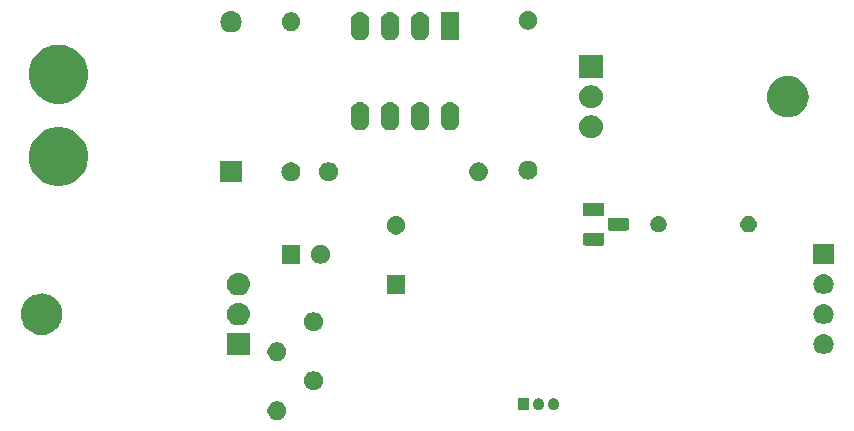
<source format=gbr>
G04 #@! TF.GenerationSoftware,KiCad,Pcbnew,(5.0.2-5)-5*
G04 #@! TF.CreationDate,2019-02-27T22:15:12+01:00*
G04 #@! TF.ProjectId,IkeaTradfriLEDdriver,496b6561-5472-4616-9466-72694c454464,rev?*
G04 #@! TF.SameCoordinates,Original*
G04 #@! TF.FileFunction,Soldermask,Top*
G04 #@! TF.FilePolarity,Negative*
%FSLAX46Y46*%
G04 Gerber Fmt 4.6, Leading zero omitted, Abs format (unit mm)*
G04 Created by KiCad (PCBNEW (5.0.2-5)-5) date 2019 February 27, Wednesday 22:15:12*
%MOMM*%
%LPD*%
G01*
G04 APERTURE LIST*
%ADD10C,0.100000*%
G04 APERTURE END LIST*
D10*
G36*
X127313352Y-103925743D02*
X127458941Y-103986048D01*
X127589973Y-104073601D01*
X127701399Y-104185027D01*
X127788952Y-104316059D01*
X127849257Y-104461648D01*
X127880000Y-104616205D01*
X127880000Y-104773795D01*
X127849257Y-104928352D01*
X127788952Y-105073941D01*
X127701399Y-105204973D01*
X127589973Y-105316399D01*
X127458941Y-105403952D01*
X127313352Y-105464257D01*
X127158795Y-105495000D01*
X127001205Y-105495000D01*
X126846648Y-105464257D01*
X126701059Y-105403952D01*
X126570027Y-105316399D01*
X126458601Y-105204973D01*
X126371048Y-105073941D01*
X126310743Y-104928352D01*
X126280000Y-104773795D01*
X126280000Y-104616205D01*
X126310743Y-104461648D01*
X126371048Y-104316059D01*
X126458601Y-104185027D01*
X126570027Y-104073601D01*
X126701059Y-103986048D01*
X126846648Y-103925743D01*
X127001205Y-103895000D01*
X127158795Y-103895000D01*
X127313352Y-103925743D01*
X127313352Y-103925743D01*
G37*
G36*
X150593015Y-103647234D02*
X150687268Y-103675825D01*
X150733697Y-103700643D01*
X150774129Y-103722254D01*
X150774131Y-103722255D01*
X150774130Y-103722255D01*
X150850264Y-103784736D01*
X150912745Y-103860870D01*
X150959175Y-103947732D01*
X150987766Y-104041985D01*
X150997419Y-104140000D01*
X150987766Y-104238015D01*
X150959175Y-104332268D01*
X150934357Y-104378697D01*
X150912746Y-104419129D01*
X150850264Y-104495264D01*
X150774129Y-104557746D01*
X150733697Y-104579357D01*
X150687268Y-104604175D01*
X150593015Y-104632766D01*
X150519564Y-104640000D01*
X150470436Y-104640000D01*
X150396985Y-104632766D01*
X150302732Y-104604175D01*
X150256303Y-104579357D01*
X150215871Y-104557746D01*
X150139736Y-104495264D01*
X150077254Y-104419129D01*
X150055643Y-104378697D01*
X150030825Y-104332268D01*
X150002234Y-104238015D01*
X149992581Y-104140000D01*
X150002234Y-104041985D01*
X150030825Y-103947732D01*
X150077255Y-103860870D01*
X150139736Y-103784736D01*
X150215870Y-103722255D01*
X150215869Y-103722255D01*
X150215871Y-103722254D01*
X150256303Y-103700643D01*
X150302732Y-103675825D01*
X150396985Y-103647234D01*
X150470436Y-103640000D01*
X150519564Y-103640000D01*
X150593015Y-103647234D01*
X150593015Y-103647234D01*
G37*
G36*
X149323015Y-103647234D02*
X149417268Y-103675825D01*
X149463697Y-103700643D01*
X149504129Y-103722254D01*
X149504131Y-103722255D01*
X149504130Y-103722255D01*
X149580264Y-103784736D01*
X149642745Y-103860870D01*
X149689175Y-103947732D01*
X149717766Y-104041985D01*
X149727419Y-104140000D01*
X149717766Y-104238015D01*
X149689175Y-104332268D01*
X149664357Y-104378697D01*
X149642746Y-104419129D01*
X149580264Y-104495264D01*
X149504129Y-104557746D01*
X149463697Y-104579357D01*
X149417268Y-104604175D01*
X149323015Y-104632766D01*
X149249564Y-104640000D01*
X149200436Y-104640000D01*
X149126985Y-104632766D01*
X149032732Y-104604175D01*
X148986303Y-104579357D01*
X148945871Y-104557746D01*
X148869736Y-104495264D01*
X148807254Y-104419129D01*
X148785643Y-104378697D01*
X148760825Y-104332268D01*
X148732234Y-104238015D01*
X148722581Y-104140000D01*
X148732234Y-104041985D01*
X148760825Y-103947732D01*
X148807255Y-103860870D01*
X148869736Y-103784736D01*
X148945870Y-103722255D01*
X148945869Y-103722255D01*
X148945871Y-103722254D01*
X148986303Y-103700643D01*
X149032732Y-103675825D01*
X149126985Y-103647234D01*
X149200436Y-103640000D01*
X149249564Y-103640000D01*
X149323015Y-103647234D01*
X149323015Y-103647234D01*
G37*
G36*
X148455000Y-104640000D02*
X147455000Y-104640000D01*
X147455000Y-103640000D01*
X148455000Y-103640000D01*
X148455000Y-104640000D01*
X148455000Y-104640000D01*
G37*
G36*
X130408352Y-101385743D02*
X130553941Y-101446048D01*
X130684973Y-101533601D01*
X130796399Y-101645027D01*
X130883952Y-101776059D01*
X130944257Y-101921648D01*
X130975000Y-102076205D01*
X130975000Y-102233795D01*
X130944257Y-102388352D01*
X130883952Y-102533941D01*
X130796399Y-102664973D01*
X130684973Y-102776399D01*
X130553941Y-102863952D01*
X130408352Y-102924257D01*
X130253795Y-102955000D01*
X130096205Y-102955000D01*
X129941648Y-102924257D01*
X129796059Y-102863952D01*
X129665027Y-102776399D01*
X129553601Y-102664973D01*
X129466048Y-102533941D01*
X129405743Y-102388352D01*
X129375000Y-102233795D01*
X129375000Y-102076205D01*
X129405743Y-101921648D01*
X129466048Y-101776059D01*
X129553601Y-101645027D01*
X129665027Y-101533601D01*
X129796059Y-101446048D01*
X129941648Y-101385743D01*
X130096205Y-101355000D01*
X130253795Y-101355000D01*
X130408352Y-101385743D01*
X130408352Y-101385743D01*
G37*
G36*
X127313352Y-98925743D02*
X127458941Y-98986048D01*
X127589973Y-99073601D01*
X127701399Y-99185027D01*
X127788952Y-99316059D01*
X127849257Y-99461648D01*
X127880000Y-99616205D01*
X127880000Y-99773795D01*
X127849257Y-99928352D01*
X127788952Y-100073941D01*
X127701399Y-100204973D01*
X127589973Y-100316399D01*
X127458941Y-100403952D01*
X127313352Y-100464257D01*
X127158795Y-100495000D01*
X127001205Y-100495000D01*
X126846648Y-100464257D01*
X126701059Y-100403952D01*
X126570027Y-100316399D01*
X126458601Y-100204973D01*
X126371048Y-100073941D01*
X126310743Y-99928352D01*
X126280000Y-99773795D01*
X126280000Y-99616205D01*
X126310743Y-99461648D01*
X126371048Y-99316059D01*
X126458601Y-99185027D01*
X126570027Y-99073601D01*
X126701059Y-98986048D01*
X126846648Y-98925743D01*
X127001205Y-98895000D01*
X127158795Y-98895000D01*
X127313352Y-98925743D01*
X127313352Y-98925743D01*
G37*
G36*
X124825000Y-100012500D02*
X122825000Y-100012500D01*
X122825000Y-98107500D01*
X124825000Y-98107500D01*
X124825000Y-100012500D01*
X124825000Y-100012500D01*
G37*
G36*
X173521630Y-98222299D02*
X173681855Y-98270903D01*
X173829520Y-98349831D01*
X173958949Y-98456051D01*
X174065169Y-98585480D01*
X174144097Y-98733145D01*
X174192701Y-98893370D01*
X174209112Y-99060000D01*
X174192701Y-99226630D01*
X174144097Y-99386855D01*
X174065169Y-99534520D01*
X173958949Y-99663949D01*
X173829520Y-99770169D01*
X173681855Y-99849097D01*
X173521630Y-99897701D01*
X173396752Y-99910000D01*
X173313248Y-99910000D01*
X173188370Y-99897701D01*
X173028145Y-99849097D01*
X172880480Y-99770169D01*
X172751051Y-99663949D01*
X172644831Y-99534520D01*
X172565903Y-99386855D01*
X172517299Y-99226630D01*
X172500888Y-99060000D01*
X172517299Y-98893370D01*
X172565903Y-98733145D01*
X172644831Y-98585480D01*
X172751051Y-98456051D01*
X172880480Y-98349831D01*
X173028145Y-98270903D01*
X173188370Y-98222299D01*
X173313248Y-98210000D01*
X173396752Y-98210000D01*
X173521630Y-98222299D01*
X173521630Y-98222299D01*
G37*
G36*
X107336665Y-94778440D02*
X107508060Y-94795321D01*
X107727977Y-94862032D01*
X107837937Y-94895388D01*
X107907368Y-94932500D01*
X108141952Y-95057888D01*
X108408424Y-95276576D01*
X108627112Y-95543048D01*
X108647549Y-95581283D01*
X108789612Y-95847063D01*
X108789612Y-95847064D01*
X108889679Y-96176940D01*
X108923467Y-96520000D01*
X108889679Y-96863060D01*
X108871906Y-96921648D01*
X108789612Y-97192937D01*
X108727523Y-97309097D01*
X108627112Y-97496952D01*
X108408424Y-97763424D01*
X108141952Y-97982112D01*
X108000437Y-98057753D01*
X107837937Y-98144612D01*
X107727977Y-98177968D01*
X107508060Y-98244679D01*
X107336665Y-98261560D01*
X107250969Y-98270000D01*
X107079031Y-98270000D01*
X106993335Y-98261560D01*
X106821940Y-98244679D01*
X106602023Y-98177968D01*
X106492063Y-98144612D01*
X106329563Y-98057753D01*
X106188048Y-97982112D01*
X105921576Y-97763424D01*
X105702888Y-97496952D01*
X105602477Y-97309097D01*
X105540388Y-97192937D01*
X105458094Y-96921648D01*
X105440321Y-96863060D01*
X105406533Y-96520000D01*
X105440321Y-96176940D01*
X105540388Y-95847064D01*
X105540388Y-95847063D01*
X105682451Y-95581283D01*
X105702888Y-95543048D01*
X105921576Y-95276576D01*
X106188048Y-95057888D01*
X106422632Y-94932500D01*
X106492063Y-94895388D01*
X106602023Y-94862032D01*
X106821940Y-94795321D01*
X106993335Y-94778440D01*
X107079031Y-94770000D01*
X107250969Y-94770000D01*
X107336665Y-94778440D01*
X107336665Y-94778440D01*
G37*
G36*
X130408352Y-96385743D02*
X130553941Y-96446048D01*
X130684973Y-96533601D01*
X130796399Y-96645027D01*
X130883952Y-96776059D01*
X130944257Y-96921648D01*
X130975000Y-97076205D01*
X130975000Y-97233795D01*
X130944257Y-97388352D01*
X130883952Y-97533941D01*
X130796399Y-97664973D01*
X130684973Y-97776399D01*
X130553941Y-97863952D01*
X130408352Y-97924257D01*
X130253795Y-97955000D01*
X130096205Y-97955000D01*
X129941648Y-97924257D01*
X129796059Y-97863952D01*
X129665027Y-97776399D01*
X129553601Y-97664973D01*
X129466048Y-97533941D01*
X129405743Y-97388352D01*
X129375000Y-97233795D01*
X129375000Y-97076205D01*
X129405743Y-96921648D01*
X129466048Y-96776059D01*
X129553601Y-96645027D01*
X129665027Y-96533601D01*
X129796059Y-96446048D01*
X129941648Y-96385743D01*
X130096205Y-96355000D01*
X130253795Y-96355000D01*
X130408352Y-96385743D01*
X130408352Y-96385743D01*
G37*
G36*
X124059224Y-95581282D02*
X124238769Y-95635747D01*
X124404241Y-95724193D01*
X124549278Y-95843222D01*
X124668307Y-95988259D01*
X124756753Y-96153731D01*
X124811218Y-96333276D01*
X124829608Y-96520000D01*
X124811218Y-96706724D01*
X124756753Y-96886269D01*
X124668307Y-97051741D01*
X124549278Y-97196778D01*
X124404241Y-97315807D01*
X124238769Y-97404253D01*
X124059224Y-97458718D01*
X123919289Y-97472500D01*
X123730711Y-97472500D01*
X123590776Y-97458718D01*
X123411231Y-97404253D01*
X123245759Y-97315807D01*
X123100722Y-97196778D01*
X122981693Y-97051741D01*
X122893247Y-96886269D01*
X122838782Y-96706724D01*
X122820392Y-96520000D01*
X122838782Y-96333276D01*
X122893247Y-96153731D01*
X122981693Y-95988259D01*
X123100722Y-95843222D01*
X123245759Y-95724193D01*
X123411231Y-95635747D01*
X123590776Y-95581282D01*
X123730711Y-95567500D01*
X123919289Y-95567500D01*
X124059224Y-95581282D01*
X124059224Y-95581282D01*
G37*
G36*
X173521630Y-95682299D02*
X173681855Y-95730903D01*
X173829520Y-95809831D01*
X173958949Y-95916051D01*
X174065169Y-96045480D01*
X174144097Y-96193145D01*
X174192701Y-96353370D01*
X174209112Y-96520000D01*
X174192701Y-96686630D01*
X174144097Y-96846855D01*
X174065169Y-96994520D01*
X173958949Y-97123949D01*
X173829520Y-97230169D01*
X173681855Y-97309097D01*
X173521630Y-97357701D01*
X173396752Y-97370000D01*
X173313248Y-97370000D01*
X173188370Y-97357701D01*
X173028145Y-97309097D01*
X172880480Y-97230169D01*
X172751051Y-97123949D01*
X172644831Y-96994520D01*
X172565903Y-96846855D01*
X172517299Y-96686630D01*
X172500888Y-96520000D01*
X172517299Y-96353370D01*
X172565903Y-96193145D01*
X172644831Y-96045480D01*
X172751051Y-95916051D01*
X172880480Y-95809831D01*
X173028145Y-95730903D01*
X173188370Y-95682299D01*
X173313248Y-95670000D01*
X173396752Y-95670000D01*
X173521630Y-95682299D01*
X173521630Y-95682299D01*
G37*
G36*
X124059224Y-93041282D02*
X124238769Y-93095747D01*
X124404241Y-93184193D01*
X124549278Y-93303222D01*
X124668307Y-93448259D01*
X124756753Y-93613731D01*
X124811218Y-93793276D01*
X124829608Y-93980000D01*
X124811218Y-94166724D01*
X124756753Y-94346269D01*
X124668307Y-94511741D01*
X124549278Y-94656778D01*
X124404241Y-94775807D01*
X124238769Y-94864253D01*
X124059224Y-94918718D01*
X123919289Y-94932500D01*
X123730711Y-94932500D01*
X123590776Y-94918718D01*
X123411231Y-94864253D01*
X123245759Y-94775807D01*
X123100722Y-94656778D01*
X122981693Y-94511741D01*
X122893247Y-94346269D01*
X122838782Y-94166724D01*
X122820392Y-93980000D01*
X122838782Y-93793276D01*
X122893247Y-93613731D01*
X122981693Y-93448259D01*
X123100722Y-93303222D01*
X123245759Y-93184193D01*
X123411231Y-93095747D01*
X123590776Y-93041282D01*
X123730711Y-93027500D01*
X123919289Y-93027500D01*
X124059224Y-93041282D01*
X124059224Y-93041282D01*
G37*
G36*
X173521630Y-93142299D02*
X173681855Y-93190903D01*
X173829520Y-93269831D01*
X173958949Y-93376051D01*
X174065169Y-93505480D01*
X174144097Y-93653145D01*
X174192701Y-93813370D01*
X174209112Y-93980000D01*
X174192701Y-94146630D01*
X174144097Y-94306855D01*
X174065169Y-94454520D01*
X173958949Y-94583949D01*
X173829520Y-94690169D01*
X173681855Y-94769097D01*
X173521630Y-94817701D01*
X173396752Y-94830000D01*
X173313248Y-94830000D01*
X173188370Y-94817701D01*
X173028145Y-94769097D01*
X172880480Y-94690169D01*
X172751051Y-94583949D01*
X172644831Y-94454520D01*
X172565903Y-94306855D01*
X172517299Y-94146630D01*
X172500888Y-93980000D01*
X172517299Y-93813370D01*
X172565903Y-93653145D01*
X172644831Y-93505480D01*
X172751051Y-93376051D01*
X172880480Y-93269831D01*
X173028145Y-93190903D01*
X173188370Y-93142299D01*
X173313248Y-93130000D01*
X173396752Y-93130000D01*
X173521630Y-93142299D01*
X173521630Y-93142299D01*
G37*
G36*
X137960000Y-94780000D02*
X136360000Y-94780000D01*
X136360000Y-93180000D01*
X137960000Y-93180000D01*
X137960000Y-94780000D01*
X137960000Y-94780000D01*
G37*
G36*
X174205000Y-92290000D02*
X172505000Y-92290000D01*
X172505000Y-90590000D01*
X174205000Y-90590000D01*
X174205000Y-92290000D01*
X174205000Y-92290000D01*
G37*
G36*
X131003352Y-90670743D02*
X131148941Y-90731048D01*
X131279973Y-90818601D01*
X131391399Y-90930027D01*
X131478952Y-91061059D01*
X131539257Y-91206648D01*
X131570000Y-91361205D01*
X131570000Y-91518795D01*
X131539257Y-91673352D01*
X131478952Y-91818941D01*
X131391399Y-91949973D01*
X131279973Y-92061399D01*
X131148941Y-92148952D01*
X131003352Y-92209257D01*
X130848795Y-92240000D01*
X130691205Y-92240000D01*
X130536648Y-92209257D01*
X130391059Y-92148952D01*
X130260027Y-92061399D01*
X130148601Y-91949973D01*
X130061048Y-91818941D01*
X130000743Y-91673352D01*
X129970000Y-91518795D01*
X129970000Y-91361205D01*
X130000743Y-91206648D01*
X130061048Y-91061059D01*
X130148601Y-90930027D01*
X130260027Y-90818601D01*
X130391059Y-90731048D01*
X130536648Y-90670743D01*
X130691205Y-90640000D01*
X130848795Y-90640000D01*
X131003352Y-90670743D01*
X131003352Y-90670743D01*
G37*
G36*
X129070000Y-92240000D02*
X127470000Y-92240000D01*
X127470000Y-90640000D01*
X129070000Y-90640000D01*
X129070000Y-92240000D01*
X129070000Y-92240000D01*
G37*
G36*
X154633840Y-89624676D02*
X154673589Y-89636734D01*
X154710223Y-89656315D01*
X154742333Y-89682667D01*
X154768685Y-89714777D01*
X154788266Y-89751411D01*
X154800324Y-89791160D01*
X154805000Y-89838640D01*
X154805000Y-90501360D01*
X154800324Y-90548840D01*
X154788266Y-90588589D01*
X154768685Y-90625223D01*
X154742333Y-90657333D01*
X154710223Y-90683685D01*
X154673589Y-90703266D01*
X154633840Y-90715324D01*
X154586360Y-90720000D01*
X153223640Y-90720000D01*
X153176160Y-90715324D01*
X153136411Y-90703266D01*
X153099777Y-90683685D01*
X153067667Y-90657333D01*
X153041315Y-90625223D01*
X153021734Y-90588589D01*
X153009676Y-90548840D01*
X153005000Y-90501360D01*
X153005000Y-89838640D01*
X153009676Y-89791160D01*
X153021734Y-89751411D01*
X153041315Y-89714777D01*
X153067667Y-89682667D01*
X153099777Y-89656315D01*
X153136411Y-89636734D01*
X153176160Y-89624676D01*
X153223640Y-89620000D01*
X154586360Y-89620000D01*
X154633840Y-89624676D01*
X154633840Y-89624676D01*
G37*
G36*
X137393352Y-88210743D02*
X137538941Y-88271048D01*
X137669973Y-88358601D01*
X137781399Y-88470027D01*
X137868952Y-88601059D01*
X137929257Y-88746648D01*
X137960000Y-88901205D01*
X137960000Y-89058795D01*
X137929257Y-89213352D01*
X137868952Y-89358941D01*
X137781399Y-89489973D01*
X137669973Y-89601399D01*
X137538941Y-89688952D01*
X137393352Y-89749257D01*
X137238795Y-89780000D01*
X137081205Y-89780000D01*
X136926648Y-89749257D01*
X136781059Y-89688952D01*
X136650027Y-89601399D01*
X136538601Y-89489973D01*
X136451048Y-89358941D01*
X136390743Y-89213352D01*
X136360000Y-89058795D01*
X136360000Y-88901205D01*
X136390743Y-88746648D01*
X136451048Y-88601059D01*
X136538601Y-88470027D01*
X136650027Y-88358601D01*
X136781059Y-88271048D01*
X136926648Y-88210743D01*
X137081205Y-88180000D01*
X137238795Y-88180000D01*
X137393352Y-88210743D01*
X137393352Y-88210743D01*
G37*
G36*
X167142224Y-88210128D02*
X167274175Y-88250155D01*
X167395781Y-88315155D01*
X167502370Y-88402630D01*
X167589845Y-88509219D01*
X167654845Y-88630825D01*
X167694872Y-88762776D01*
X167708387Y-88900000D01*
X167694872Y-89037224D01*
X167654845Y-89169175D01*
X167589845Y-89290781D01*
X167502370Y-89397370D01*
X167395781Y-89484845D01*
X167274175Y-89549845D01*
X167142224Y-89589872D01*
X167039390Y-89600000D01*
X166970610Y-89600000D01*
X166867776Y-89589872D01*
X166735825Y-89549845D01*
X166614219Y-89484845D01*
X166507630Y-89397370D01*
X166420155Y-89290781D01*
X166355155Y-89169175D01*
X166315128Y-89037224D01*
X166301613Y-88900000D01*
X166315128Y-88762776D01*
X166355155Y-88630825D01*
X166420155Y-88509219D01*
X166507630Y-88402630D01*
X166614219Y-88315155D01*
X166735825Y-88250155D01*
X166867776Y-88210128D01*
X166970610Y-88200000D01*
X167039390Y-88200000D01*
X167142224Y-88210128D01*
X167142224Y-88210128D01*
G37*
G36*
X159589183Y-88226900D02*
X159695766Y-88271049D01*
X159716574Y-88279668D01*
X159769685Y-88315155D01*
X159831225Y-88356275D01*
X159928725Y-88453775D01*
X160005332Y-88568426D01*
X160058100Y-88695817D01*
X160085000Y-88831055D01*
X160085000Y-88968945D01*
X160058100Y-89104183D01*
X160012880Y-89213351D01*
X160005332Y-89231574D01*
X159928726Y-89346224D01*
X159831224Y-89443726D01*
X159762014Y-89489970D01*
X159716574Y-89520332D01*
X159589183Y-89573100D01*
X159453945Y-89600000D01*
X159316055Y-89600000D01*
X159180817Y-89573100D01*
X159053426Y-89520332D01*
X159007986Y-89489970D01*
X158938776Y-89443726D01*
X158841274Y-89346224D01*
X158764668Y-89231574D01*
X158757120Y-89213351D01*
X158711900Y-89104183D01*
X158685000Y-88968945D01*
X158685000Y-88831055D01*
X158711900Y-88695817D01*
X158764668Y-88568426D01*
X158841275Y-88453775D01*
X158938775Y-88356275D01*
X159000316Y-88315155D01*
X159053426Y-88279668D01*
X159074234Y-88271049D01*
X159180817Y-88226900D01*
X159316055Y-88200000D01*
X159453945Y-88200000D01*
X159589183Y-88226900D01*
X159589183Y-88226900D01*
G37*
G36*
X156703840Y-88354676D02*
X156743589Y-88366734D01*
X156780223Y-88386315D01*
X156812333Y-88412667D01*
X156838685Y-88444777D01*
X156858266Y-88481411D01*
X156870324Y-88521160D01*
X156875000Y-88568640D01*
X156875000Y-89231360D01*
X156870324Y-89278840D01*
X156858266Y-89318589D01*
X156838685Y-89355223D01*
X156812333Y-89387333D01*
X156780223Y-89413685D01*
X156743589Y-89433266D01*
X156703840Y-89445324D01*
X156656360Y-89450000D01*
X155293640Y-89450000D01*
X155246160Y-89445324D01*
X155206411Y-89433266D01*
X155169777Y-89413685D01*
X155137667Y-89387333D01*
X155111315Y-89355223D01*
X155091734Y-89318589D01*
X155079676Y-89278840D01*
X155075000Y-89231360D01*
X155075000Y-88568640D01*
X155079676Y-88521160D01*
X155091734Y-88481411D01*
X155111315Y-88444777D01*
X155137667Y-88412667D01*
X155169777Y-88386315D01*
X155206411Y-88366734D01*
X155246160Y-88354676D01*
X155293640Y-88350000D01*
X156656360Y-88350000D01*
X156703840Y-88354676D01*
X156703840Y-88354676D01*
G37*
G36*
X154805000Y-88180000D02*
X153005000Y-88180000D01*
X153005000Y-87080000D01*
X154805000Y-87080000D01*
X154805000Y-88180000D01*
X154805000Y-88180000D01*
G37*
G36*
X109153225Y-80749049D02*
X109314223Y-80781074D01*
X109436503Y-80831724D01*
X109769193Y-80969528D01*
X110178660Y-81243126D01*
X110526874Y-81591340D01*
X110800472Y-82000807D01*
X110988926Y-82455778D01*
X111085000Y-82938770D01*
X111085000Y-83431230D01*
X111039572Y-83659608D01*
X110988926Y-83914223D01*
X110976165Y-83945030D01*
X110800472Y-84369193D01*
X110526874Y-84778660D01*
X110178660Y-85126874D01*
X109769193Y-85400472D01*
X109502677Y-85510866D01*
X109314223Y-85588926D01*
X109153225Y-85620951D01*
X108831230Y-85685000D01*
X108338770Y-85685000D01*
X108016775Y-85620951D01*
X107855777Y-85588926D01*
X107667323Y-85510866D01*
X107400807Y-85400472D01*
X106991340Y-85126874D01*
X106643126Y-84778660D01*
X106369528Y-84369193D01*
X106193835Y-83945030D01*
X106181074Y-83914223D01*
X106130428Y-83659608D01*
X106085000Y-83431230D01*
X106085000Y-82938770D01*
X106181074Y-82455778D01*
X106369528Y-82000807D01*
X106643126Y-81591340D01*
X106991340Y-81243126D01*
X107400807Y-80969528D01*
X107733497Y-80831724D01*
X107855777Y-80781074D01*
X108016775Y-80749049D01*
X108338770Y-80685000D01*
X108831230Y-80685000D01*
X109153225Y-80749049D01*
X109153225Y-80749049D01*
G37*
G36*
X124090000Y-85355000D02*
X122290000Y-85355000D01*
X122290000Y-83555000D01*
X124090000Y-83555000D01*
X124090000Y-85355000D01*
X124090000Y-85355000D01*
G37*
G36*
X144262649Y-83662717D02*
X144301827Y-83666576D01*
X144365012Y-83685743D01*
X144452629Y-83712321D01*
X144591608Y-83786608D01*
X144713422Y-83886578D01*
X144813392Y-84008392D01*
X144887679Y-84147371D01*
X144933424Y-84298174D01*
X144948870Y-84455000D01*
X144933424Y-84611826D01*
X144887679Y-84762629D01*
X144813392Y-84901608D01*
X144713422Y-85023422D01*
X144591608Y-85123392D01*
X144452629Y-85197679D01*
X144377228Y-85220551D01*
X144301827Y-85243424D01*
X144262649Y-85247283D01*
X144184295Y-85255000D01*
X144105705Y-85255000D01*
X144027351Y-85247283D01*
X143988173Y-85243424D01*
X143912772Y-85220551D01*
X143837371Y-85197679D01*
X143698392Y-85123392D01*
X143576578Y-85023422D01*
X143476608Y-84901608D01*
X143402321Y-84762629D01*
X143356576Y-84611826D01*
X143341130Y-84455000D01*
X143356576Y-84298174D01*
X143402321Y-84147371D01*
X143476608Y-84008392D01*
X143576578Y-83886578D01*
X143698392Y-83786608D01*
X143837371Y-83712321D01*
X143924988Y-83685743D01*
X143988173Y-83666576D01*
X144027351Y-83662717D01*
X144105705Y-83655000D01*
X144184295Y-83655000D01*
X144262649Y-83662717D01*
X144262649Y-83662717D01*
G37*
G36*
X131678352Y-83685743D02*
X131823941Y-83746048D01*
X131954973Y-83833601D01*
X132066399Y-83945027D01*
X132153952Y-84076059D01*
X132214257Y-84221648D01*
X132245000Y-84376205D01*
X132245000Y-84533795D01*
X132214257Y-84688352D01*
X132153952Y-84833941D01*
X132066399Y-84964973D01*
X131954973Y-85076399D01*
X131823941Y-85163952D01*
X131678352Y-85224257D01*
X131523795Y-85255000D01*
X131366205Y-85255000D01*
X131211648Y-85224257D01*
X131066059Y-85163952D01*
X130935027Y-85076399D01*
X130823601Y-84964973D01*
X130736048Y-84833941D01*
X130675743Y-84688352D01*
X130645000Y-84533795D01*
X130645000Y-84376205D01*
X130675743Y-84221648D01*
X130736048Y-84076059D01*
X130823601Y-83945027D01*
X130935027Y-83833601D01*
X131066059Y-83746048D01*
X131211648Y-83685743D01*
X131366205Y-83655000D01*
X131523795Y-83655000D01*
X131678352Y-83685743D01*
X131678352Y-83685743D01*
G37*
G36*
X128387649Y-83662717D02*
X128426827Y-83666576D01*
X128490012Y-83685743D01*
X128577629Y-83712321D01*
X128716608Y-83786608D01*
X128838422Y-83886578D01*
X128938392Y-84008392D01*
X129012679Y-84147371D01*
X129058424Y-84298174D01*
X129073870Y-84455000D01*
X129058424Y-84611826D01*
X129012679Y-84762629D01*
X128938392Y-84901608D01*
X128838422Y-85023422D01*
X128716608Y-85123392D01*
X128577629Y-85197679D01*
X128502228Y-85220551D01*
X128426827Y-85243424D01*
X128387649Y-85247283D01*
X128309295Y-85255000D01*
X128230705Y-85255000D01*
X128152351Y-85247283D01*
X128113173Y-85243424D01*
X128037772Y-85220551D01*
X127962371Y-85197679D01*
X127823392Y-85123392D01*
X127701578Y-85023422D01*
X127601608Y-84901608D01*
X127527321Y-84762629D01*
X127481576Y-84611826D01*
X127466130Y-84455000D01*
X127481576Y-84298174D01*
X127527321Y-84147371D01*
X127601608Y-84008392D01*
X127701578Y-83886578D01*
X127823392Y-83786608D01*
X127962371Y-83712321D01*
X128049988Y-83685743D01*
X128113173Y-83666576D01*
X128152351Y-83662717D01*
X128230705Y-83655000D01*
X128309295Y-83655000D01*
X128387649Y-83662717D01*
X128387649Y-83662717D01*
G37*
G36*
X148453649Y-83535717D02*
X148492827Y-83539576D01*
X148543673Y-83555000D01*
X148643629Y-83585321D01*
X148782608Y-83659608D01*
X148904422Y-83759578D01*
X149004392Y-83881392D01*
X149078679Y-84020371D01*
X149124424Y-84171174D01*
X149139870Y-84328000D01*
X149124424Y-84484826D01*
X149078679Y-84635629D01*
X149004392Y-84774608D01*
X148904422Y-84896422D01*
X148782608Y-84996392D01*
X148643629Y-85070679D01*
X148568228Y-85093551D01*
X148492827Y-85116424D01*
X148453649Y-85120283D01*
X148375295Y-85128000D01*
X148296705Y-85128000D01*
X148218351Y-85120283D01*
X148179173Y-85116424D01*
X148103772Y-85093551D01*
X148028371Y-85070679D01*
X147889392Y-84996392D01*
X147767578Y-84896422D01*
X147667608Y-84774608D01*
X147593321Y-84635629D01*
X147547576Y-84484826D01*
X147532130Y-84328000D01*
X147547576Y-84171174D01*
X147593321Y-84020371D01*
X147667608Y-83881392D01*
X147767578Y-83759578D01*
X147889392Y-83659608D01*
X148028371Y-83585321D01*
X148128327Y-83555000D01*
X148179173Y-83539576D01*
X148218351Y-83535717D01*
X148296705Y-83528000D01*
X148375295Y-83528000D01*
X148453649Y-83535717D01*
X148453649Y-83535717D01*
G37*
G36*
X153904224Y-79706282D02*
X154083769Y-79760747D01*
X154249241Y-79849193D01*
X154394278Y-79968222D01*
X154513307Y-80113259D01*
X154601753Y-80278731D01*
X154656218Y-80458276D01*
X154674608Y-80645000D01*
X154656218Y-80831724D01*
X154601753Y-81011269D01*
X154513307Y-81176741D01*
X154394278Y-81321778D01*
X154249241Y-81440807D01*
X154083769Y-81529253D01*
X153904224Y-81583718D01*
X153764289Y-81597500D01*
X153575711Y-81597500D01*
X153435776Y-81583718D01*
X153256231Y-81529253D01*
X153090759Y-81440807D01*
X152945722Y-81321778D01*
X152826693Y-81176741D01*
X152738247Y-81011269D01*
X152683782Y-80831724D01*
X152665392Y-80645000D01*
X152683782Y-80458276D01*
X152738247Y-80278731D01*
X152826693Y-80113259D01*
X152945722Y-79968222D01*
X153090759Y-79849193D01*
X153256231Y-79760747D01*
X153435776Y-79706282D01*
X153575711Y-79692500D01*
X153764289Y-79692500D01*
X153904224Y-79706282D01*
X153904224Y-79706282D01*
G37*
G36*
X141888827Y-78567576D02*
X141964227Y-78590448D01*
X142039629Y-78613321D01*
X142178608Y-78687608D01*
X142300422Y-78787578D01*
X142400392Y-78909392D01*
X142474679Y-79048371D01*
X142520424Y-79199174D01*
X142532000Y-79316705D01*
X142532000Y-80195295D01*
X142520424Y-80312826D01*
X142474679Y-80463629D01*
X142400392Y-80602608D01*
X142300425Y-80724419D01*
X142300423Y-80724420D01*
X142300422Y-80724422D01*
X142300418Y-80724425D01*
X142178604Y-80824394D01*
X142039628Y-80898679D01*
X141964226Y-80921552D01*
X141888826Y-80944424D01*
X141732000Y-80959870D01*
X141575173Y-80944424D01*
X141499773Y-80921552D01*
X141424371Y-80898679D01*
X141285392Y-80824392D01*
X141163581Y-80724425D01*
X141163580Y-80724423D01*
X141163578Y-80724422D01*
X141063607Y-80602605D01*
X140989322Y-80463629D01*
X140989321Y-80463628D01*
X140966449Y-80388227D01*
X140943576Y-80312826D01*
X140932000Y-80195292D01*
X140932000Y-79316707D01*
X140943577Y-79199173D01*
X140979135Y-79081953D01*
X140989322Y-79048371D01*
X141063609Y-78909392D01*
X141163579Y-78787578D01*
X141285393Y-78687608D01*
X141424372Y-78613321D01*
X141499773Y-78590449D01*
X141575174Y-78567576D01*
X141732000Y-78552130D01*
X141888827Y-78567576D01*
X141888827Y-78567576D01*
G37*
G36*
X139348827Y-78567576D02*
X139424227Y-78590448D01*
X139499629Y-78613321D01*
X139638608Y-78687608D01*
X139760422Y-78787578D01*
X139860392Y-78909392D01*
X139934679Y-79048371D01*
X139980424Y-79199174D01*
X139992000Y-79316705D01*
X139992000Y-80195295D01*
X139980424Y-80312826D01*
X139934679Y-80463629D01*
X139860392Y-80602608D01*
X139760425Y-80724419D01*
X139760423Y-80724420D01*
X139760422Y-80724422D01*
X139760418Y-80724425D01*
X139638604Y-80824394D01*
X139499628Y-80898679D01*
X139424226Y-80921552D01*
X139348826Y-80944424D01*
X139192000Y-80959870D01*
X139035173Y-80944424D01*
X138959773Y-80921552D01*
X138884371Y-80898679D01*
X138745392Y-80824392D01*
X138623581Y-80724425D01*
X138623580Y-80724423D01*
X138623578Y-80724422D01*
X138523607Y-80602605D01*
X138449322Y-80463629D01*
X138449321Y-80463628D01*
X138426449Y-80388227D01*
X138403576Y-80312826D01*
X138392000Y-80195292D01*
X138392000Y-79316707D01*
X138403577Y-79199173D01*
X138439135Y-79081953D01*
X138449322Y-79048371D01*
X138523609Y-78909392D01*
X138623579Y-78787578D01*
X138745393Y-78687608D01*
X138884372Y-78613321D01*
X138959773Y-78590449D01*
X139035174Y-78567576D01*
X139192000Y-78552130D01*
X139348827Y-78567576D01*
X139348827Y-78567576D01*
G37*
G36*
X136808827Y-78567576D02*
X136884227Y-78590448D01*
X136959629Y-78613321D01*
X137098608Y-78687608D01*
X137220422Y-78787578D01*
X137320392Y-78909392D01*
X137394679Y-79048371D01*
X137440424Y-79199174D01*
X137452000Y-79316705D01*
X137452000Y-80195295D01*
X137440424Y-80312826D01*
X137394679Y-80463629D01*
X137320392Y-80602608D01*
X137220425Y-80724419D01*
X137220423Y-80724420D01*
X137220422Y-80724422D01*
X137220418Y-80724425D01*
X137098604Y-80824394D01*
X136959628Y-80898679D01*
X136884226Y-80921552D01*
X136808826Y-80944424D01*
X136652000Y-80959870D01*
X136495173Y-80944424D01*
X136419773Y-80921552D01*
X136344371Y-80898679D01*
X136205392Y-80824392D01*
X136083581Y-80724425D01*
X136083580Y-80724423D01*
X136083578Y-80724422D01*
X135983607Y-80602605D01*
X135909322Y-80463629D01*
X135909321Y-80463628D01*
X135886449Y-80388227D01*
X135863576Y-80312826D01*
X135852000Y-80195292D01*
X135852000Y-79316707D01*
X135863577Y-79199173D01*
X135899135Y-79081953D01*
X135909322Y-79048371D01*
X135983609Y-78909392D01*
X136083579Y-78787578D01*
X136205393Y-78687608D01*
X136344372Y-78613321D01*
X136419773Y-78590449D01*
X136495174Y-78567576D01*
X136652000Y-78552130D01*
X136808827Y-78567576D01*
X136808827Y-78567576D01*
G37*
G36*
X134268827Y-78567576D02*
X134344227Y-78590448D01*
X134419629Y-78613321D01*
X134558608Y-78687608D01*
X134680422Y-78787578D01*
X134780392Y-78909392D01*
X134854679Y-79048371D01*
X134900424Y-79199174D01*
X134912000Y-79316705D01*
X134912000Y-80195295D01*
X134900424Y-80312826D01*
X134854679Y-80463629D01*
X134780392Y-80602608D01*
X134680425Y-80724419D01*
X134680423Y-80724420D01*
X134680422Y-80724422D01*
X134680418Y-80724425D01*
X134558604Y-80824394D01*
X134419628Y-80898679D01*
X134344226Y-80921552D01*
X134268826Y-80944424D01*
X134112000Y-80959870D01*
X133955173Y-80944424D01*
X133879773Y-80921552D01*
X133804371Y-80898679D01*
X133665392Y-80824392D01*
X133543581Y-80724425D01*
X133543580Y-80724423D01*
X133543578Y-80724422D01*
X133443607Y-80602605D01*
X133369322Y-80463629D01*
X133369321Y-80463628D01*
X133346449Y-80388227D01*
X133323576Y-80312826D01*
X133312000Y-80195292D01*
X133312000Y-79316707D01*
X133323577Y-79199173D01*
X133359135Y-79081953D01*
X133369322Y-79048371D01*
X133443609Y-78909392D01*
X133543579Y-78787578D01*
X133665393Y-78687608D01*
X133804372Y-78613321D01*
X133879773Y-78590449D01*
X133955174Y-78567576D01*
X134112000Y-78552130D01*
X134268827Y-78567576D01*
X134268827Y-78567576D01*
G37*
G36*
X170501665Y-76363440D02*
X170673060Y-76380321D01*
X170890326Y-76446228D01*
X171002937Y-76480388D01*
X171072368Y-76517500D01*
X171306952Y-76642888D01*
X171573424Y-76861576D01*
X171792112Y-77128048D01*
X171812549Y-77166283D01*
X171954612Y-77432063D01*
X171954612Y-77432064D01*
X172054679Y-77761940D01*
X172088467Y-78105000D01*
X172054679Y-78448060D01*
X171997443Y-78636741D01*
X171954612Y-78777937D01*
X171888937Y-78900806D01*
X171792112Y-79081952D01*
X171573424Y-79348424D01*
X171306952Y-79567112D01*
X171165437Y-79642753D01*
X171002937Y-79729612D01*
X170900298Y-79760747D01*
X170673060Y-79829679D01*
X170501665Y-79846560D01*
X170415969Y-79855000D01*
X170244031Y-79855000D01*
X170158335Y-79846560D01*
X169986940Y-79829679D01*
X169759702Y-79760747D01*
X169657063Y-79729612D01*
X169494563Y-79642753D01*
X169353048Y-79567112D01*
X169086576Y-79348424D01*
X168867888Y-79081952D01*
X168771063Y-78900806D01*
X168705388Y-78777937D01*
X168662557Y-78636741D01*
X168605321Y-78448060D01*
X168571533Y-78105000D01*
X168605321Y-77761940D01*
X168705388Y-77432064D01*
X168705388Y-77432063D01*
X168847451Y-77166283D01*
X168867888Y-77128048D01*
X169086576Y-76861576D01*
X169353048Y-76642888D01*
X169587632Y-76517500D01*
X169657063Y-76480388D01*
X169769674Y-76446228D01*
X169986940Y-76380321D01*
X170158335Y-76363440D01*
X170244031Y-76355000D01*
X170415969Y-76355000D01*
X170501665Y-76363440D01*
X170501665Y-76363440D01*
G37*
G36*
X153904224Y-77166282D02*
X154083769Y-77220747D01*
X154249241Y-77309193D01*
X154394278Y-77428222D01*
X154513307Y-77573259D01*
X154601753Y-77738731D01*
X154656218Y-77918276D01*
X154674608Y-78105000D01*
X154656218Y-78291724D01*
X154601753Y-78471269D01*
X154513307Y-78636741D01*
X154394278Y-78781778D01*
X154249241Y-78900807D01*
X154083769Y-78989253D01*
X153904224Y-79043718D01*
X153764289Y-79057500D01*
X153575711Y-79057500D01*
X153435776Y-79043718D01*
X153256231Y-78989253D01*
X153090759Y-78900807D01*
X152945722Y-78781778D01*
X152826693Y-78636741D01*
X152738247Y-78471269D01*
X152683782Y-78291724D01*
X152665392Y-78105000D01*
X152683782Y-77918276D01*
X152738247Y-77738731D01*
X152826693Y-77573259D01*
X152945722Y-77428222D01*
X153090759Y-77309193D01*
X153256231Y-77220747D01*
X153435776Y-77166282D01*
X153575711Y-77152500D01*
X153764289Y-77152500D01*
X153904224Y-77166282D01*
X153904224Y-77166282D01*
G37*
G36*
X109153225Y-73764049D02*
X109314223Y-73796074D01*
X109502677Y-73874134D01*
X109769193Y-73984528D01*
X110178660Y-74258126D01*
X110526874Y-74606340D01*
X110800472Y-75015807D01*
X110988926Y-75470778D01*
X111085000Y-75953770D01*
X111085000Y-76446230D01*
X110988926Y-76929222D01*
X110800472Y-77384193D01*
X110526874Y-77793660D01*
X110178660Y-78141874D01*
X109769193Y-78415472D01*
X109634486Y-78471269D01*
X109314223Y-78603926D01*
X109266991Y-78613321D01*
X108831230Y-78700000D01*
X108338770Y-78700000D01*
X107903009Y-78613321D01*
X107855777Y-78603926D01*
X107535514Y-78471269D01*
X107400807Y-78415472D01*
X106991340Y-78141874D01*
X106643126Y-77793660D01*
X106369528Y-77384193D01*
X106181074Y-76929222D01*
X106085000Y-76446230D01*
X106085000Y-75953770D01*
X106181074Y-75470778D01*
X106369528Y-75015807D01*
X106643126Y-74606340D01*
X106991340Y-74258126D01*
X107400807Y-73984528D01*
X107667323Y-73874134D01*
X107855777Y-73796074D01*
X108016775Y-73764049D01*
X108338770Y-73700000D01*
X108831230Y-73700000D01*
X109153225Y-73764049D01*
X109153225Y-73764049D01*
G37*
G36*
X154670000Y-76517500D02*
X152670000Y-76517500D01*
X152670000Y-74612500D01*
X154670000Y-74612500D01*
X154670000Y-76517500D01*
X154670000Y-76517500D01*
G37*
G36*
X134268827Y-70947576D02*
X134344228Y-70970449D01*
X134419629Y-70993321D01*
X134558608Y-71067608D01*
X134680422Y-71167578D01*
X134780392Y-71289392D01*
X134854679Y-71428371D01*
X134854679Y-71428372D01*
X134900241Y-71578569D01*
X134900424Y-71579174D01*
X134912000Y-71696705D01*
X134912000Y-72575295D01*
X134900424Y-72692826D01*
X134854679Y-72843629D01*
X134780392Y-72982608D01*
X134680425Y-73104419D01*
X134680423Y-73104420D01*
X134680422Y-73104422D01*
X134680418Y-73104425D01*
X134558604Y-73204394D01*
X134419628Y-73278679D01*
X134344227Y-73301551D01*
X134268826Y-73324424D01*
X134112000Y-73339870D01*
X133955173Y-73324424D01*
X133879773Y-73301552D01*
X133804371Y-73278679D01*
X133665392Y-73204392D01*
X133543581Y-73104425D01*
X133543580Y-73104423D01*
X133543578Y-73104422D01*
X133443607Y-72982605D01*
X133369322Y-72843629D01*
X133369321Y-72843628D01*
X133346448Y-72768226D01*
X133323576Y-72692826D01*
X133312000Y-72575292D01*
X133312000Y-71696707D01*
X133323577Y-71579173D01*
X133369322Y-71428372D01*
X133369322Y-71428371D01*
X133443609Y-71289392D01*
X133543579Y-71167578D01*
X133665393Y-71067608D01*
X133804372Y-70993321D01*
X133879773Y-70970449D01*
X133955174Y-70947576D01*
X134112000Y-70932130D01*
X134268827Y-70947576D01*
X134268827Y-70947576D01*
G37*
G36*
X136808827Y-70947576D02*
X136884228Y-70970449D01*
X136959629Y-70993321D01*
X137098608Y-71067608D01*
X137220422Y-71167578D01*
X137320392Y-71289392D01*
X137394679Y-71428371D01*
X137394679Y-71428372D01*
X137440241Y-71578569D01*
X137440424Y-71579174D01*
X137452000Y-71696705D01*
X137452000Y-72575295D01*
X137440424Y-72692826D01*
X137394679Y-72843629D01*
X137320392Y-72982608D01*
X137220425Y-73104419D01*
X137220423Y-73104420D01*
X137220422Y-73104422D01*
X137220418Y-73104425D01*
X137098604Y-73204394D01*
X136959628Y-73278679D01*
X136884227Y-73301551D01*
X136808826Y-73324424D01*
X136652000Y-73339870D01*
X136495173Y-73324424D01*
X136419773Y-73301552D01*
X136344371Y-73278679D01*
X136205392Y-73204392D01*
X136083581Y-73104425D01*
X136083580Y-73104423D01*
X136083578Y-73104422D01*
X135983607Y-72982605D01*
X135909322Y-72843629D01*
X135909321Y-72843628D01*
X135886448Y-72768226D01*
X135863576Y-72692826D01*
X135852000Y-72575292D01*
X135852000Y-71696707D01*
X135863577Y-71579173D01*
X135909322Y-71428372D01*
X135909322Y-71428371D01*
X135983609Y-71289392D01*
X136083579Y-71167578D01*
X136205393Y-71067608D01*
X136344372Y-70993321D01*
X136419773Y-70970449D01*
X136495174Y-70947576D01*
X136652000Y-70932130D01*
X136808827Y-70947576D01*
X136808827Y-70947576D01*
G37*
G36*
X139348827Y-70947576D02*
X139424228Y-70970449D01*
X139499629Y-70993321D01*
X139638608Y-71067608D01*
X139760422Y-71167578D01*
X139860392Y-71289392D01*
X139934679Y-71428371D01*
X139934679Y-71428372D01*
X139980241Y-71578569D01*
X139980424Y-71579174D01*
X139992000Y-71696705D01*
X139992000Y-72575295D01*
X139980424Y-72692826D01*
X139934679Y-72843629D01*
X139860392Y-72982608D01*
X139760425Y-73104419D01*
X139760423Y-73104420D01*
X139760422Y-73104422D01*
X139760418Y-73104425D01*
X139638604Y-73204394D01*
X139499628Y-73278679D01*
X139424227Y-73301551D01*
X139348826Y-73324424D01*
X139192000Y-73339870D01*
X139035173Y-73324424D01*
X138959773Y-73301552D01*
X138884371Y-73278679D01*
X138745392Y-73204392D01*
X138623581Y-73104425D01*
X138623580Y-73104423D01*
X138623578Y-73104422D01*
X138523607Y-72982605D01*
X138449322Y-72843629D01*
X138449321Y-72843628D01*
X138426448Y-72768226D01*
X138403576Y-72692826D01*
X138392000Y-72575292D01*
X138392000Y-71696707D01*
X138403577Y-71579173D01*
X138449322Y-71428372D01*
X138449322Y-71428371D01*
X138523609Y-71289392D01*
X138623579Y-71167578D01*
X138745393Y-71067608D01*
X138884372Y-70993321D01*
X138959773Y-70970449D01*
X139035174Y-70947576D01*
X139192000Y-70932130D01*
X139348827Y-70947576D01*
X139348827Y-70947576D01*
G37*
G36*
X142532000Y-73336000D02*
X140932000Y-73336000D01*
X140932000Y-70936000D01*
X142532000Y-70936000D01*
X142532000Y-73336000D01*
X142532000Y-73336000D01*
G37*
G36*
X123366432Y-70868022D02*
X123536081Y-70919485D01*
X123692433Y-71003056D01*
X123829475Y-71115525D01*
X123941944Y-71252567D01*
X124025515Y-71408919D01*
X124076978Y-71578568D01*
X124094354Y-71755000D01*
X124076978Y-71931432D01*
X124025515Y-72101081D01*
X123941944Y-72257433D01*
X123829475Y-72394475D01*
X123692433Y-72506944D01*
X123536081Y-72590515D01*
X123366432Y-72641978D01*
X123234211Y-72655000D01*
X123145789Y-72655000D01*
X123013568Y-72641978D01*
X122843919Y-72590515D01*
X122687567Y-72506944D01*
X122550525Y-72394475D01*
X122438056Y-72257433D01*
X122354485Y-72101081D01*
X122303022Y-71931432D01*
X122285646Y-71755000D01*
X122303022Y-71578568D01*
X122354485Y-71408919D01*
X122438056Y-71252567D01*
X122550525Y-71115525D01*
X122687567Y-71003056D01*
X122843919Y-70919485D01*
X123013568Y-70868022D01*
X123145789Y-70855000D01*
X123234211Y-70855000D01*
X123366432Y-70868022D01*
X123366432Y-70868022D01*
G37*
G36*
X128503352Y-70985743D02*
X128648941Y-71046048D01*
X128779973Y-71133601D01*
X128891399Y-71245027D01*
X128978952Y-71376059D01*
X129039257Y-71521648D01*
X129070000Y-71676205D01*
X129070000Y-71833795D01*
X129039257Y-71988352D01*
X128978952Y-72133941D01*
X128891399Y-72264973D01*
X128779973Y-72376399D01*
X128648941Y-72463952D01*
X128503352Y-72524257D01*
X128348795Y-72555000D01*
X128191205Y-72555000D01*
X128036648Y-72524257D01*
X127891059Y-72463952D01*
X127760027Y-72376399D01*
X127648601Y-72264973D01*
X127561048Y-72133941D01*
X127500743Y-71988352D01*
X127470000Y-71833795D01*
X127470000Y-71676205D01*
X127500743Y-71521648D01*
X127561048Y-71376059D01*
X127648601Y-71245027D01*
X127760027Y-71133601D01*
X127891059Y-71046048D01*
X128036648Y-70985743D01*
X128191205Y-70955000D01*
X128348795Y-70955000D01*
X128503352Y-70985743D01*
X128503352Y-70985743D01*
G37*
G36*
X148569352Y-70858743D02*
X148714941Y-70919048D01*
X148845973Y-71006601D01*
X148957399Y-71118027D01*
X149044952Y-71249059D01*
X149105257Y-71394648D01*
X149136000Y-71549205D01*
X149136000Y-71706795D01*
X149105257Y-71861352D01*
X149044952Y-72006941D01*
X148957399Y-72137973D01*
X148845973Y-72249399D01*
X148714941Y-72336952D01*
X148569352Y-72397257D01*
X148414795Y-72428000D01*
X148257205Y-72428000D01*
X148102648Y-72397257D01*
X147957059Y-72336952D01*
X147826027Y-72249399D01*
X147714601Y-72137973D01*
X147627048Y-72006941D01*
X147566743Y-71861352D01*
X147536000Y-71706795D01*
X147536000Y-71549205D01*
X147566743Y-71394648D01*
X147627048Y-71249059D01*
X147714601Y-71118027D01*
X147826027Y-71006601D01*
X147957059Y-70919048D01*
X148102648Y-70858743D01*
X148257205Y-70828000D01*
X148414795Y-70828000D01*
X148569352Y-70858743D01*
X148569352Y-70858743D01*
G37*
M02*

</source>
